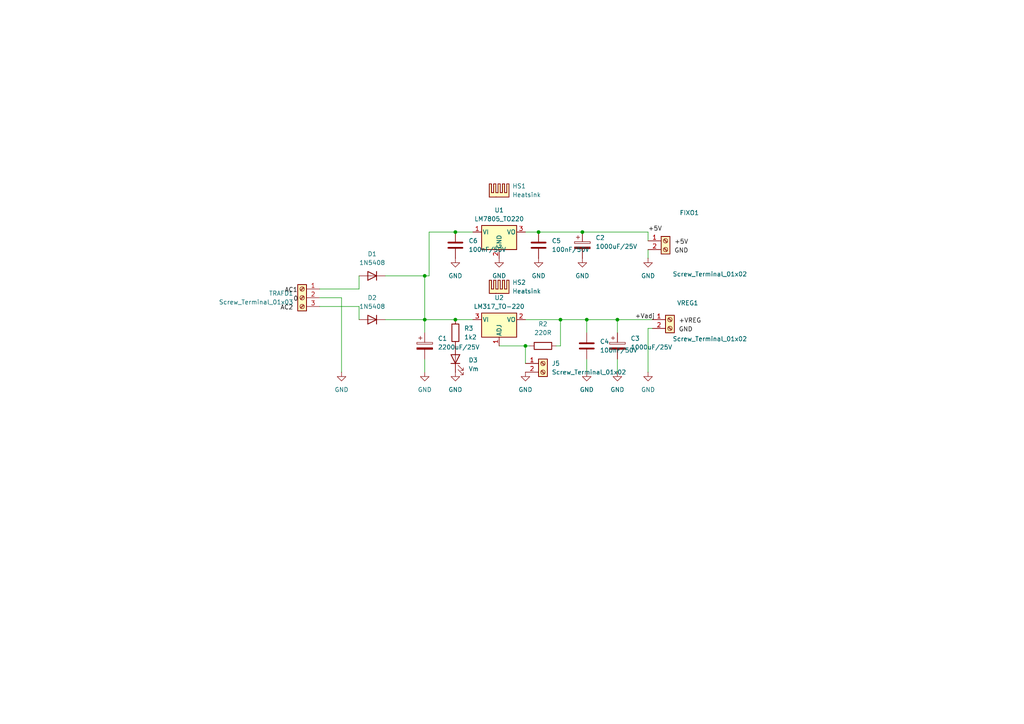
<source format=kicad_sch>
(kicad_sch
	(version 20250114)
	(generator "eeschema")
	(generator_version "9.0")
	(uuid "34f0ca6b-5c0c-4623-b422-6461ef5bdc1f")
	(paper "A4")
	(lib_symbols
		(symbol "Connector:Screw_Terminal_01x02"
			(pin_names
				(offset 1.016)
				(hide yes)
			)
			(exclude_from_sim no)
			(in_bom yes)
			(on_board yes)
			(property "Reference" "J"
				(at 0 2.54 0)
				(effects
					(font
						(size 1.27 1.27)
					)
				)
			)
			(property "Value" "Screw_Terminal_01x02"
				(at 0 -5.08 0)
				(effects
					(font
						(size 1.27 1.27)
					)
				)
			)
			(property "Footprint" ""
				(at 0 0 0)
				(effects
					(font
						(size 1.27 1.27)
					)
					(hide yes)
				)
			)
			(property "Datasheet" "~"
				(at 0 0 0)
				(effects
					(font
						(size 1.27 1.27)
					)
					(hide yes)
				)
			)
			(property "Description" "Generic screw terminal, single row, 01x02, script generated (kicad-library-utils/schlib/autogen/connector/)"
				(at 0 0 0)
				(effects
					(font
						(size 1.27 1.27)
					)
					(hide yes)
				)
			)
			(property "ki_keywords" "screw terminal"
				(at 0 0 0)
				(effects
					(font
						(size 1.27 1.27)
					)
					(hide yes)
				)
			)
			(property "ki_fp_filters" "TerminalBlock*:*"
				(at 0 0 0)
				(effects
					(font
						(size 1.27 1.27)
					)
					(hide yes)
				)
			)
			(symbol "Screw_Terminal_01x02_1_1"
				(rectangle
					(start -1.27 1.27)
					(end 1.27 -3.81)
					(stroke
						(width 0.254)
						(type default)
					)
					(fill
						(type background)
					)
				)
				(polyline
					(pts
						(xy -0.5334 0.3302) (xy 0.3302 -0.508)
					)
					(stroke
						(width 0.1524)
						(type default)
					)
					(fill
						(type none)
					)
				)
				(polyline
					(pts
						(xy -0.5334 -2.2098) (xy 0.3302 -3.048)
					)
					(stroke
						(width 0.1524)
						(type default)
					)
					(fill
						(type none)
					)
				)
				(polyline
					(pts
						(xy -0.3556 0.508) (xy 0.508 -0.3302)
					)
					(stroke
						(width 0.1524)
						(type default)
					)
					(fill
						(type none)
					)
				)
				(polyline
					(pts
						(xy -0.3556 -2.032) (xy 0.508 -2.8702)
					)
					(stroke
						(width 0.1524)
						(type default)
					)
					(fill
						(type none)
					)
				)
				(circle
					(center 0 0)
					(radius 0.635)
					(stroke
						(width 0.1524)
						(type default)
					)
					(fill
						(type none)
					)
				)
				(circle
					(center 0 -2.54)
					(radius 0.635)
					(stroke
						(width 0.1524)
						(type default)
					)
					(fill
						(type none)
					)
				)
				(pin passive line
					(at -5.08 0 0)
					(length 3.81)
					(name "Pin_1"
						(effects
							(font
								(size 1.27 1.27)
							)
						)
					)
					(number "1"
						(effects
							(font
								(size 1.27 1.27)
							)
						)
					)
				)
				(pin passive line
					(at -5.08 -2.54 0)
					(length 3.81)
					(name "Pin_2"
						(effects
							(font
								(size 1.27 1.27)
							)
						)
					)
					(number "2"
						(effects
							(font
								(size 1.27 1.27)
							)
						)
					)
				)
			)
			(embedded_fonts no)
		)
		(symbol "Connector:Screw_Terminal_01x03"
			(pin_names
				(offset 1.016)
				(hide yes)
			)
			(exclude_from_sim no)
			(in_bom yes)
			(on_board yes)
			(property "Reference" "J"
				(at 0 5.08 0)
				(effects
					(font
						(size 1.27 1.27)
					)
				)
			)
			(property "Value" "Screw_Terminal_01x03"
				(at 0 -5.08 0)
				(effects
					(font
						(size 1.27 1.27)
					)
				)
			)
			(property "Footprint" ""
				(at 0 0 0)
				(effects
					(font
						(size 1.27 1.27)
					)
					(hide yes)
				)
			)
			(property "Datasheet" "~"
				(at 0 0 0)
				(effects
					(font
						(size 1.27 1.27)
					)
					(hide yes)
				)
			)
			(property "Description" "Generic screw terminal, single row, 01x03, script generated (kicad-library-utils/schlib/autogen/connector/)"
				(at 0 0 0)
				(effects
					(font
						(size 1.27 1.27)
					)
					(hide yes)
				)
			)
			(property "ki_keywords" "screw terminal"
				(at 0 0 0)
				(effects
					(font
						(size 1.27 1.27)
					)
					(hide yes)
				)
			)
			(property "ki_fp_filters" "TerminalBlock*:*"
				(at 0 0 0)
				(effects
					(font
						(size 1.27 1.27)
					)
					(hide yes)
				)
			)
			(symbol "Screw_Terminal_01x03_1_1"
				(rectangle
					(start -1.27 3.81)
					(end 1.27 -3.81)
					(stroke
						(width 0.254)
						(type default)
					)
					(fill
						(type background)
					)
				)
				(polyline
					(pts
						(xy -0.5334 2.8702) (xy 0.3302 2.032)
					)
					(stroke
						(width 0.1524)
						(type default)
					)
					(fill
						(type none)
					)
				)
				(polyline
					(pts
						(xy -0.5334 0.3302) (xy 0.3302 -0.508)
					)
					(stroke
						(width 0.1524)
						(type default)
					)
					(fill
						(type none)
					)
				)
				(polyline
					(pts
						(xy -0.5334 -2.2098) (xy 0.3302 -3.048)
					)
					(stroke
						(width 0.1524)
						(type default)
					)
					(fill
						(type none)
					)
				)
				(polyline
					(pts
						(xy -0.3556 3.048) (xy 0.508 2.2098)
					)
					(stroke
						(width 0.1524)
						(type default)
					)
					(fill
						(type none)
					)
				)
				(polyline
					(pts
						(xy -0.3556 0.508) (xy 0.508 -0.3302)
					)
					(stroke
						(width 0.1524)
						(type default)
					)
					(fill
						(type none)
					)
				)
				(polyline
					(pts
						(xy -0.3556 -2.032) (xy 0.508 -2.8702)
					)
					(stroke
						(width 0.1524)
						(type default)
					)
					(fill
						(type none)
					)
				)
				(circle
					(center 0 2.54)
					(radius 0.635)
					(stroke
						(width 0.1524)
						(type default)
					)
					(fill
						(type none)
					)
				)
				(circle
					(center 0 0)
					(radius 0.635)
					(stroke
						(width 0.1524)
						(type default)
					)
					(fill
						(type none)
					)
				)
				(circle
					(center 0 -2.54)
					(radius 0.635)
					(stroke
						(width 0.1524)
						(type default)
					)
					(fill
						(type none)
					)
				)
				(pin passive line
					(at -5.08 2.54 0)
					(length 3.81)
					(name "Pin_1"
						(effects
							(font
								(size 1.27 1.27)
							)
						)
					)
					(number "1"
						(effects
							(font
								(size 1.27 1.27)
							)
						)
					)
				)
				(pin passive line
					(at -5.08 0 0)
					(length 3.81)
					(name "Pin_2"
						(effects
							(font
								(size 1.27 1.27)
							)
						)
					)
					(number "2"
						(effects
							(font
								(size 1.27 1.27)
							)
						)
					)
				)
				(pin passive line
					(at -5.08 -2.54 0)
					(length 3.81)
					(name "Pin_3"
						(effects
							(font
								(size 1.27 1.27)
							)
						)
					)
					(number "3"
						(effects
							(font
								(size 1.27 1.27)
							)
						)
					)
				)
			)
			(embedded_fonts no)
		)
		(symbol "Device:C"
			(pin_numbers
				(hide yes)
			)
			(pin_names
				(offset 0.254)
			)
			(exclude_from_sim no)
			(in_bom yes)
			(on_board yes)
			(property "Reference" "C"
				(at 0.635 2.54 0)
				(effects
					(font
						(size 1.27 1.27)
					)
					(justify left)
				)
			)
			(property "Value" "C"
				(at 0.635 -2.54 0)
				(effects
					(font
						(size 1.27 1.27)
					)
					(justify left)
				)
			)
			(property "Footprint" ""
				(at 0.9652 -3.81 0)
				(effects
					(font
						(size 1.27 1.27)
					)
					(hide yes)
				)
			)
			(property "Datasheet" "~"
				(at 0 0 0)
				(effects
					(font
						(size 1.27 1.27)
					)
					(hide yes)
				)
			)
			(property "Description" "Unpolarized capacitor"
				(at 0 0 0)
				(effects
					(font
						(size 1.27 1.27)
					)
					(hide yes)
				)
			)
			(property "ki_keywords" "cap capacitor"
				(at 0 0 0)
				(effects
					(font
						(size 1.27 1.27)
					)
					(hide yes)
				)
			)
			(property "ki_fp_filters" "C_*"
				(at 0 0 0)
				(effects
					(font
						(size 1.27 1.27)
					)
					(hide yes)
				)
			)
			(symbol "C_0_1"
				(polyline
					(pts
						(xy -2.032 0.762) (xy 2.032 0.762)
					)
					(stroke
						(width 0.508)
						(type default)
					)
					(fill
						(type none)
					)
				)
				(polyline
					(pts
						(xy -2.032 -0.762) (xy 2.032 -0.762)
					)
					(stroke
						(width 0.508)
						(type default)
					)
					(fill
						(type none)
					)
				)
			)
			(symbol "C_1_1"
				(pin passive line
					(at 0 3.81 270)
					(length 2.794)
					(name "~"
						(effects
							(font
								(size 1.27 1.27)
							)
						)
					)
					(number "1"
						(effects
							(font
								(size 1.27 1.27)
							)
						)
					)
				)
				(pin passive line
					(at 0 -3.81 90)
					(length 2.794)
					(name "~"
						(effects
							(font
								(size 1.27 1.27)
							)
						)
					)
					(number "2"
						(effects
							(font
								(size 1.27 1.27)
							)
						)
					)
				)
			)
			(embedded_fonts no)
		)
		(symbol "Device:C_Polarized"
			(pin_numbers
				(hide yes)
			)
			(pin_names
				(offset 0.254)
			)
			(exclude_from_sim no)
			(in_bom yes)
			(on_board yes)
			(property "Reference" "C"
				(at 0.635 2.54 0)
				(effects
					(font
						(size 1.27 1.27)
					)
					(justify left)
				)
			)
			(property "Value" "C_Polarized"
				(at 0.635 -2.54 0)
				(effects
					(font
						(size 1.27 1.27)
					)
					(justify left)
				)
			)
			(property "Footprint" ""
				(at 0.9652 -3.81 0)
				(effects
					(font
						(size 1.27 1.27)
					)
					(hide yes)
				)
			)
			(property "Datasheet" "~"
				(at 0 0 0)
				(effects
					(font
						(size 1.27 1.27)
					)
					(hide yes)
				)
			)
			(property "Description" "Polarized capacitor"
				(at 0 0 0)
				(effects
					(font
						(size 1.27 1.27)
					)
					(hide yes)
				)
			)
			(property "ki_keywords" "cap capacitor"
				(at 0 0 0)
				(effects
					(font
						(size 1.27 1.27)
					)
					(hide yes)
				)
			)
			(property "ki_fp_filters" "CP_*"
				(at 0 0 0)
				(effects
					(font
						(size 1.27 1.27)
					)
					(hide yes)
				)
			)
			(symbol "C_Polarized_0_1"
				(rectangle
					(start -2.286 0.508)
					(end 2.286 1.016)
					(stroke
						(width 0)
						(type default)
					)
					(fill
						(type none)
					)
				)
				(polyline
					(pts
						(xy -1.778 2.286) (xy -0.762 2.286)
					)
					(stroke
						(width 0)
						(type default)
					)
					(fill
						(type none)
					)
				)
				(polyline
					(pts
						(xy -1.27 2.794) (xy -1.27 1.778)
					)
					(stroke
						(width 0)
						(type default)
					)
					(fill
						(type none)
					)
				)
				(rectangle
					(start 2.286 -0.508)
					(end -2.286 -1.016)
					(stroke
						(width 0)
						(type default)
					)
					(fill
						(type outline)
					)
				)
			)
			(symbol "C_Polarized_1_1"
				(pin passive line
					(at 0 3.81 270)
					(length 2.794)
					(name "~"
						(effects
							(font
								(size 1.27 1.27)
							)
						)
					)
					(number "1"
						(effects
							(font
								(size 1.27 1.27)
							)
						)
					)
				)
				(pin passive line
					(at 0 -3.81 90)
					(length 2.794)
					(name "~"
						(effects
							(font
								(size 1.27 1.27)
							)
						)
					)
					(number "2"
						(effects
							(font
								(size 1.27 1.27)
							)
						)
					)
				)
			)
			(embedded_fonts no)
		)
		(symbol "Device:LED"
			(pin_numbers
				(hide yes)
			)
			(pin_names
				(offset 1.016)
				(hide yes)
			)
			(exclude_from_sim no)
			(in_bom yes)
			(on_board yes)
			(property "Reference" "D"
				(at 0 2.54 0)
				(effects
					(font
						(size 1.27 1.27)
					)
				)
			)
			(property "Value" "LED"
				(at 0 -2.54 0)
				(effects
					(font
						(size 1.27 1.27)
					)
				)
			)
			(property "Footprint" ""
				(at 0 0 0)
				(effects
					(font
						(size 1.27 1.27)
					)
					(hide yes)
				)
			)
			(property "Datasheet" "~"
				(at 0 0 0)
				(effects
					(font
						(size 1.27 1.27)
					)
					(hide yes)
				)
			)
			(property "Description" "Light emitting diode"
				(at 0 0 0)
				(effects
					(font
						(size 1.27 1.27)
					)
					(hide yes)
				)
			)
			(property "ki_keywords" "LED diode"
				(at 0 0 0)
				(effects
					(font
						(size 1.27 1.27)
					)
					(hide yes)
				)
			)
			(property "ki_fp_filters" "LED* LED_SMD:* LED_THT:*"
				(at 0 0 0)
				(effects
					(font
						(size 1.27 1.27)
					)
					(hide yes)
				)
			)
			(symbol "LED_0_1"
				(polyline
					(pts
						(xy -3.048 -0.762) (xy -4.572 -2.286) (xy -3.81 -2.286) (xy -4.572 -2.286) (xy -4.572 -1.524)
					)
					(stroke
						(width 0)
						(type default)
					)
					(fill
						(type none)
					)
				)
				(polyline
					(pts
						(xy -1.778 -0.762) (xy -3.302 -2.286) (xy -2.54 -2.286) (xy -3.302 -2.286) (xy -3.302 -1.524)
					)
					(stroke
						(width 0)
						(type default)
					)
					(fill
						(type none)
					)
				)
				(polyline
					(pts
						(xy -1.27 0) (xy 1.27 0)
					)
					(stroke
						(width 0)
						(type default)
					)
					(fill
						(type none)
					)
				)
				(polyline
					(pts
						(xy -1.27 -1.27) (xy -1.27 1.27)
					)
					(stroke
						(width 0.254)
						(type default)
					)
					(fill
						(type none)
					)
				)
				(polyline
					(pts
						(xy 1.27 -1.27) (xy 1.27 1.27) (xy -1.27 0) (xy 1.27 -1.27)
					)
					(stroke
						(width 0.254)
						(type default)
					)
					(fill
						(type none)
					)
				)
			)
			(symbol "LED_1_1"
				(pin passive line
					(at -3.81 0 0)
					(length 2.54)
					(name "K"
						(effects
							(font
								(size 1.27 1.27)
							)
						)
					)
					(number "1"
						(effects
							(font
								(size 1.27 1.27)
							)
						)
					)
				)
				(pin passive line
					(at 3.81 0 180)
					(length 2.54)
					(name "A"
						(effects
							(font
								(size 1.27 1.27)
							)
						)
					)
					(number "2"
						(effects
							(font
								(size 1.27 1.27)
							)
						)
					)
				)
			)
			(embedded_fonts no)
		)
		(symbol "Device:R"
			(pin_numbers
				(hide yes)
			)
			(pin_names
				(offset 0)
			)
			(exclude_from_sim no)
			(in_bom yes)
			(on_board yes)
			(property "Reference" "R"
				(at 2.032 0 90)
				(effects
					(font
						(size 1.27 1.27)
					)
				)
			)
			(property "Value" "R"
				(at 0 0 90)
				(effects
					(font
						(size 1.27 1.27)
					)
				)
			)
			(property "Footprint" ""
				(at -1.778 0 90)
				(effects
					(font
						(size 1.27 1.27)
					)
					(hide yes)
				)
			)
			(property "Datasheet" "~"
				(at 0 0 0)
				(effects
					(font
						(size 1.27 1.27)
					)
					(hide yes)
				)
			)
			(property "Description" "Resistor"
				(at 0 0 0)
				(effects
					(font
						(size 1.27 1.27)
					)
					(hide yes)
				)
			)
			(property "ki_keywords" "R res resistor"
				(at 0 0 0)
				(effects
					(font
						(size 1.27 1.27)
					)
					(hide yes)
				)
			)
			(property "ki_fp_filters" "R_*"
				(at 0 0 0)
				(effects
					(font
						(size 1.27 1.27)
					)
					(hide yes)
				)
			)
			(symbol "R_0_1"
				(rectangle
					(start -1.016 -2.54)
					(end 1.016 2.54)
					(stroke
						(width 0.254)
						(type default)
					)
					(fill
						(type none)
					)
				)
			)
			(symbol "R_1_1"
				(pin passive line
					(at 0 3.81 270)
					(length 1.27)
					(name "~"
						(effects
							(font
								(size 1.27 1.27)
							)
						)
					)
					(number "1"
						(effects
							(font
								(size 1.27 1.27)
							)
						)
					)
				)
				(pin passive line
					(at 0 -3.81 90)
					(length 1.27)
					(name "~"
						(effects
							(font
								(size 1.27 1.27)
							)
						)
					)
					(number "2"
						(effects
							(font
								(size 1.27 1.27)
							)
						)
					)
				)
			)
			(embedded_fonts no)
		)
		(symbol "Diode:1N5408"
			(pin_numbers
				(hide yes)
			)
			(pin_names
				(hide yes)
			)
			(exclude_from_sim no)
			(in_bom yes)
			(on_board yes)
			(property "Reference" "D"
				(at 0 2.54 0)
				(effects
					(font
						(size 1.27 1.27)
					)
				)
			)
			(property "Value" "1N5408"
				(at 0 -2.54 0)
				(effects
					(font
						(size 1.27 1.27)
					)
				)
			)
			(property "Footprint" "Diode_THT:D_DO-201AD_P15.24mm_Horizontal"
				(at 0 -4.445 0)
				(effects
					(font
						(size 1.27 1.27)
					)
					(hide yes)
				)
			)
			(property "Datasheet" "http://www.vishay.com/docs/88516/1n5400.pdf"
				(at 0 0 0)
				(effects
					(font
						(size 1.27 1.27)
					)
					(hide yes)
				)
			)
			(property "Description" "1000V 3A General Purpose Rectifier Diode, DO-201AD"
				(at 0 0 0)
				(effects
					(font
						(size 1.27 1.27)
					)
					(hide yes)
				)
			)
			(property "Sim.Device" "D"
				(at 0 0 0)
				(effects
					(font
						(size 1.27 1.27)
					)
					(hide yes)
				)
			)
			(property "Sim.Pins" "1=K 2=A"
				(at 0 0 0)
				(effects
					(font
						(size 1.27 1.27)
					)
					(hide yes)
				)
			)
			(property "ki_keywords" "diode"
				(at 0 0 0)
				(effects
					(font
						(size 1.27 1.27)
					)
					(hide yes)
				)
			)
			(property "ki_fp_filters" "D*DO?201AD*"
				(at 0 0 0)
				(effects
					(font
						(size 1.27 1.27)
					)
					(hide yes)
				)
			)
			(symbol "1N5408_0_1"
				(polyline
					(pts
						(xy -1.27 1.27) (xy -1.27 -1.27)
					)
					(stroke
						(width 0.254)
						(type default)
					)
					(fill
						(type none)
					)
				)
				(polyline
					(pts
						(xy 1.27 1.27) (xy 1.27 -1.27) (xy -1.27 0) (xy 1.27 1.27)
					)
					(stroke
						(width 0.254)
						(type default)
					)
					(fill
						(type none)
					)
				)
				(polyline
					(pts
						(xy 1.27 0) (xy -1.27 0)
					)
					(stroke
						(width 0)
						(type default)
					)
					(fill
						(type none)
					)
				)
			)
			(symbol "1N5408_1_1"
				(pin passive line
					(at -3.81 0 0)
					(length 2.54)
					(name "K"
						(effects
							(font
								(size 1.27 1.27)
							)
						)
					)
					(number "1"
						(effects
							(font
								(size 1.27 1.27)
							)
						)
					)
				)
				(pin passive line
					(at 3.81 0 180)
					(length 2.54)
					(name "A"
						(effects
							(font
								(size 1.27 1.27)
							)
						)
					)
					(number "2"
						(effects
							(font
								(size 1.27 1.27)
							)
						)
					)
				)
			)
			(embedded_fonts no)
		)
		(symbol "Mechanical:Heatsink"
			(pin_names
				(offset 1.016)
			)
			(exclude_from_sim yes)
			(in_bom yes)
			(on_board yes)
			(property "Reference" "HS"
				(at 0 5.08 0)
				(effects
					(font
						(size 1.27 1.27)
					)
				)
			)
			(property "Value" "Heatsink"
				(at 0 -1.27 0)
				(effects
					(font
						(size 1.27 1.27)
					)
				)
			)
			(property "Footprint" ""
				(at 0.3048 0 0)
				(effects
					(font
						(size 1.27 1.27)
					)
					(hide yes)
				)
			)
			(property "Datasheet" "~"
				(at 0.3048 0 0)
				(effects
					(font
						(size 1.27 1.27)
					)
					(hide yes)
				)
			)
			(property "Description" "Heatsink"
				(at 0 0 0)
				(effects
					(font
						(size 1.27 1.27)
					)
					(hide yes)
				)
			)
			(property "ki_keywords" "thermal heat temperature"
				(at 0 0 0)
				(effects
					(font
						(size 1.27 1.27)
					)
					(hide yes)
				)
			)
			(property "ki_fp_filters" "Heatsink_*"
				(at 0 0 0)
				(effects
					(font
						(size 1.27 1.27)
					)
					(hide yes)
				)
			)
			(symbol "Heatsink_0_1"
				(polyline
					(pts
						(xy -0.3302 1.27) (xy -0.9652 1.27) (xy -0.9652 3.81) (xy -1.6002 3.81) (xy -1.6002 1.27) (xy -2.2352 1.27)
						(xy -2.2352 3.81) (xy -2.8702 3.81) (xy -2.8702 0) (xy -0.9652 0)
					)
					(stroke
						(width 0.254)
						(type default)
					)
					(fill
						(type background)
					)
				)
				(polyline
					(pts
						(xy -0.3302 1.27) (xy -0.3302 3.81) (xy 0.3048 3.81) (xy 0.3048 1.27) (xy 0.9398 1.27) (xy 0.9398 3.81)
						(xy 1.5748 3.81) (xy 1.5748 1.27) (xy 2.2098 1.27) (xy 2.2098 3.81) (xy 2.8448 3.81) (xy 2.8448 0)
						(xy -0.9652 0)
					)
					(stroke
						(width 0.254)
						(type default)
					)
					(fill
						(type background)
					)
				)
			)
			(embedded_fonts no)
		)
		(symbol "Regulator_Linear:LM317_TO-220"
			(pin_names
				(offset 0.254)
			)
			(exclude_from_sim no)
			(in_bom yes)
			(on_board yes)
			(property "Reference" "U"
				(at -3.81 3.175 0)
				(effects
					(font
						(size 1.27 1.27)
					)
				)
			)
			(property "Value" "LM317_TO-220"
				(at 0 3.175 0)
				(effects
					(font
						(size 1.27 1.27)
					)
					(justify left)
				)
			)
			(property "Footprint" "Package_TO_SOT_THT:TO-220-3_Vertical"
				(at 0 6.35 0)
				(effects
					(font
						(size 1.27 1.27)
						(italic yes)
					)
					(hide yes)
				)
			)
			(property "Datasheet" "http://www.ti.com/lit/ds/symlink/lm317.pdf"
				(at 0 0 0)
				(effects
					(font
						(size 1.27 1.27)
					)
					(hide yes)
				)
			)
			(property "Description" "1.5A 35V Adjustable Linear Regulator, TO-220"
				(at 0 0 0)
				(effects
					(font
						(size 1.27 1.27)
					)
					(hide yes)
				)
			)
			(property "ki_keywords" "Adjustable Voltage Regulator 1A Positive"
				(at 0 0 0)
				(effects
					(font
						(size 1.27 1.27)
					)
					(hide yes)
				)
			)
			(property "ki_fp_filters" "TO?220*"
				(at 0 0 0)
				(effects
					(font
						(size 1.27 1.27)
					)
					(hide yes)
				)
			)
			(symbol "LM317_TO-220_0_1"
				(rectangle
					(start -5.08 1.905)
					(end 5.08 -5.08)
					(stroke
						(width 0.254)
						(type default)
					)
					(fill
						(type background)
					)
				)
			)
			(symbol "LM317_TO-220_1_1"
				(pin power_in line
					(at -7.62 0 0)
					(length 2.54)
					(name "VI"
						(effects
							(font
								(size 1.27 1.27)
							)
						)
					)
					(number "3"
						(effects
							(font
								(size 1.27 1.27)
							)
						)
					)
				)
				(pin input line
					(at 0 -7.62 90)
					(length 2.54)
					(name "ADJ"
						(effects
							(font
								(size 1.27 1.27)
							)
						)
					)
					(number "1"
						(effects
							(font
								(size 1.27 1.27)
							)
						)
					)
				)
				(pin power_out line
					(at 7.62 0 180)
					(length 2.54)
					(name "VO"
						(effects
							(font
								(size 1.27 1.27)
							)
						)
					)
					(number "2"
						(effects
							(font
								(size 1.27 1.27)
							)
						)
					)
				)
			)
			(embedded_fonts no)
		)
		(symbol "Regulator_Linear:LM7805_TO220"
			(pin_names
				(offset 0.254)
			)
			(exclude_from_sim no)
			(in_bom yes)
			(on_board yes)
			(property "Reference" "U"
				(at -3.81 3.175 0)
				(effects
					(font
						(size 1.27 1.27)
					)
				)
			)
			(property "Value" "LM7805_TO220"
				(at 0 3.175 0)
				(effects
					(font
						(size 1.27 1.27)
					)
					(justify left)
				)
			)
			(property "Footprint" "Package_TO_SOT_THT:TO-220-3_Vertical"
				(at 0 5.715 0)
				(effects
					(font
						(size 1.27 1.27)
						(italic yes)
					)
					(hide yes)
				)
			)
			(property "Datasheet" "https://www.onsemi.cn/PowerSolutions/document/MC7800-D.PDF"
				(at 0 -1.27 0)
				(effects
					(font
						(size 1.27 1.27)
					)
					(hide yes)
				)
			)
			(property "Description" "Positive 1A 35V Linear Regulator, Fixed Output 5V, TO-220"
				(at 0 0 0)
				(effects
					(font
						(size 1.27 1.27)
					)
					(hide yes)
				)
			)
			(property "ki_keywords" "Voltage Regulator 1A Positive"
				(at 0 0 0)
				(effects
					(font
						(size 1.27 1.27)
					)
					(hide yes)
				)
			)
			(property "ki_fp_filters" "TO?220*"
				(at 0 0 0)
				(effects
					(font
						(size 1.27 1.27)
					)
					(hide yes)
				)
			)
			(symbol "LM7805_TO220_0_1"
				(rectangle
					(start -5.08 1.905)
					(end 5.08 -5.08)
					(stroke
						(width 0.254)
						(type default)
					)
					(fill
						(type background)
					)
				)
			)
			(symbol "LM7805_TO220_1_1"
				(pin power_in line
					(at -7.62 0 0)
					(length 2.54)
					(name "VI"
						(effects
							(font
								(size 1.27 1.27)
							)
						)
					)
					(number "1"
						(effects
							(font
								(size 1.27 1.27)
							)
						)
					)
				)
				(pin power_in line
					(at 0 -7.62 90)
					(length 2.54)
					(name "GND"
						(effects
							(font
								(size 1.27 1.27)
							)
						)
					)
					(number "2"
						(effects
							(font
								(size 1.27 1.27)
							)
						)
					)
				)
				(pin power_out line
					(at 7.62 0 180)
					(length 2.54)
					(name "VO"
						(effects
							(font
								(size 1.27 1.27)
							)
						)
					)
					(number "3"
						(effects
							(font
								(size 1.27 1.27)
							)
						)
					)
				)
			)
			(embedded_fonts no)
		)
		(symbol "power:GND"
			(power)
			(pin_numbers
				(hide yes)
			)
			(pin_names
				(offset 0)
				(hide yes)
			)
			(exclude_from_sim no)
			(in_bom yes)
			(on_board yes)
			(property "Reference" "#PWR"
				(at 0 -6.35 0)
				(effects
					(font
						(size 1.27 1.27)
					)
					(hide yes)
				)
			)
			(property "Value" "GND"
				(at 0 -3.81 0)
				(effects
					(font
						(size 1.27 1.27)
					)
				)
			)
			(property "Footprint" ""
				(at 0 0 0)
				(effects
					(font
						(size 1.27 1.27)
					)
					(hide yes)
				)
			)
			(property "Datasheet" ""
				(at 0 0 0)
				(effects
					(font
						(size 1.27 1.27)
					)
					(hide yes)
				)
			)
			(property "Description" "Power symbol creates a global label with name \"GND\" , ground"
				(at 0 0 0)
				(effects
					(font
						(size 1.27 1.27)
					)
					(hide yes)
				)
			)
			(property "ki_keywords" "global power"
				(at 0 0 0)
				(effects
					(font
						(size 1.27 1.27)
					)
					(hide yes)
				)
			)
			(symbol "GND_0_1"
				(polyline
					(pts
						(xy 0 0) (xy 0 -1.27) (xy 1.27 -1.27) (xy 0 -2.54) (xy -1.27 -1.27) (xy 0 -1.27)
					)
					(stroke
						(width 0)
						(type default)
					)
					(fill
						(type none)
					)
				)
			)
			(symbol "GND_1_1"
				(pin power_in line
					(at 0 0 270)
					(length 0)
					(name "~"
						(effects
							(font
								(size 1.27 1.27)
							)
						)
					)
					(number "1"
						(effects
							(font
								(size 1.27 1.27)
							)
						)
					)
				)
			)
			(embedded_fonts no)
		)
	)
	(junction
		(at 132.08 67.31)
		(diameter 0)
		(color 0 0 0 0)
		(uuid "038f1474-ad02-4182-901f-046df6847c38")
	)
	(junction
		(at 170.18 92.71)
		(diameter 0)
		(color 0 0 0 0)
		(uuid "31cdcf81-9cda-4eff-b881-dc4d487a57fe")
	)
	(junction
		(at 132.08 92.71)
		(diameter 0)
		(color 0 0 0 0)
		(uuid "3e81cccb-b584-4e5c-87fa-b3d683465409")
	)
	(junction
		(at 123.19 80.01)
		(diameter 0)
		(color 0 0 0 0)
		(uuid "4d8fcfce-256b-4e2d-9676-04cd242d1f89")
	)
	(junction
		(at 162.56 92.71)
		(diameter 0)
		(color 0 0 0 0)
		(uuid "636e45b1-eca1-416a-baad-92f39a05eb2e")
	)
	(junction
		(at 168.91 67.31)
		(diameter 0)
		(color 0 0 0 0)
		(uuid "69fb7e79-cd08-47ac-8b6c-5b7dbf282e3b")
	)
	(junction
		(at 156.21 67.31)
		(diameter 0)
		(color 0 0 0 0)
		(uuid "a476e116-d65f-46a0-976b-4838428f345a")
	)
	(junction
		(at 179.07 92.71)
		(diameter 0)
		(color 0 0 0 0)
		(uuid "b5bcf954-579d-44a6-bff5-d7e828462c66")
	)
	(junction
		(at 123.19 92.71)
		(diameter 0)
		(color 0 0 0 0)
		(uuid "e2154635-8423-4d2d-9846-eb98adfd6188")
	)
	(junction
		(at 152.4 100.33)
		(diameter 0)
		(color 0 0 0 0)
		(uuid "e741d8be-bedc-49dd-b221-71f008add70f")
	)
	(wire
		(pts
			(xy 124.46 67.31) (xy 132.08 67.31)
		)
		(stroke
			(width 0)
			(type default)
		)
		(uuid "005f3be8-db73-4d41-8113-c2b02a7b6413")
	)
	(wire
		(pts
			(xy 132.08 92.71) (xy 137.16 92.71)
		)
		(stroke
			(width 0)
			(type default)
		)
		(uuid "0f9dfa66-2ad5-4fab-b90d-61c700bf95d2")
	)
	(wire
		(pts
			(xy 123.19 92.71) (xy 132.08 92.71)
		)
		(stroke
			(width 0)
			(type default)
		)
		(uuid "10f2e0d2-b3e5-40da-a74e-0ab7609d3208")
	)
	(wire
		(pts
			(xy 187.96 95.25) (xy 187.96 107.95)
		)
		(stroke
			(width 0)
			(type default)
		)
		(uuid "17eafe1e-f863-4d35-b3e9-912eb1c48888")
	)
	(wire
		(pts
			(xy 144.78 100.33) (xy 152.4 100.33)
		)
		(stroke
			(width 0)
			(type default)
		)
		(uuid "1a30fd0c-f0cf-428e-9a85-d22f7eb88d3b")
	)
	(wire
		(pts
			(xy 111.76 92.71) (xy 123.19 92.71)
		)
		(stroke
			(width 0)
			(type default)
		)
		(uuid "225c802c-0375-42f1-acf1-cb03fb00d1ad")
	)
	(wire
		(pts
			(xy 132.08 67.31) (xy 137.16 67.31)
		)
		(stroke
			(width 0)
			(type default)
		)
		(uuid "257cd462-ef1e-410d-bdb1-cc4f783435a7")
	)
	(wire
		(pts
			(xy 156.21 67.31) (xy 168.91 67.31)
		)
		(stroke
			(width 0)
			(type default)
		)
		(uuid "25a779d7-045e-4f35-abe0-3cffc71f7215")
	)
	(wire
		(pts
			(xy 170.18 92.71) (xy 179.07 92.71)
		)
		(stroke
			(width 0)
			(type default)
		)
		(uuid "28878479-c946-4a16-b3cd-4fab51eafd01")
	)
	(wire
		(pts
			(xy 99.06 86.36) (xy 99.06 107.95)
		)
		(stroke
			(width 0)
			(type default)
		)
		(uuid "2c32cdcf-7280-4e04-af9c-a7bf2cd1842d")
	)
	(wire
		(pts
			(xy 168.91 67.31) (xy 187.96 67.31)
		)
		(stroke
			(width 0)
			(type default)
		)
		(uuid "39e7d019-c9a6-4704-9278-9caea255a3db")
	)
	(wire
		(pts
			(xy 152.4 92.71) (xy 162.56 92.71)
		)
		(stroke
			(width 0)
			(type default)
		)
		(uuid "481723c7-1bfc-433d-8548-9a2d6cb3175d")
	)
	(wire
		(pts
			(xy 162.56 92.71) (xy 170.18 92.71)
		)
		(stroke
			(width 0)
			(type default)
		)
		(uuid "5377d4d9-a3bb-45b7-b3ab-fc1135fb94c0")
	)
	(wire
		(pts
			(xy 92.71 86.36) (xy 99.06 86.36)
		)
		(stroke
			(width 0)
			(type default)
		)
		(uuid "57f041c5-6ac0-4328-a9e5-7bed3a852e92")
	)
	(wire
		(pts
			(xy 123.19 80.01) (xy 123.19 92.71)
		)
		(stroke
			(width 0)
			(type default)
		)
		(uuid "65e9493f-bdfe-4537-aca1-8e2a3dea64ae")
	)
	(wire
		(pts
			(xy 179.07 92.71) (xy 189.23 92.71)
		)
		(stroke
			(width 0)
			(type default)
		)
		(uuid "732e15aa-944a-4235-a464-ee63a97cef19")
	)
	(wire
		(pts
			(xy 104.14 83.82) (xy 104.14 80.01)
		)
		(stroke
			(width 0)
			(type default)
		)
		(uuid "7570eb64-ede8-429b-9751-dcbefe7dd275")
	)
	(wire
		(pts
			(xy 123.19 104.14) (xy 123.19 107.95)
		)
		(stroke
			(width 0)
			(type default)
		)
		(uuid "9364be77-ec87-4884-ba65-5f6c2ad47784")
	)
	(wire
		(pts
			(xy 161.29 100.33) (xy 162.56 100.33)
		)
		(stroke
			(width 0)
			(type default)
		)
		(uuid "95ee82b0-5ecc-4179-a6b0-c9ec00611eba")
	)
	(wire
		(pts
			(xy 92.71 83.82) (xy 104.14 83.82)
		)
		(stroke
			(width 0)
			(type default)
		)
		(uuid "9739dccd-75bc-4eed-b4d2-1650c5bed23b")
	)
	(wire
		(pts
			(xy 170.18 92.71) (xy 170.18 96.52)
		)
		(stroke
			(width 0)
			(type default)
		)
		(uuid "9c2ba7e6-08a9-48fd-aaf6-e4ee060bcd21")
	)
	(wire
		(pts
			(xy 162.56 100.33) (xy 162.56 92.71)
		)
		(stroke
			(width 0)
			(type default)
		)
		(uuid "a6c7d00e-0d98-460a-a470-fdd4dd31ade1")
	)
	(wire
		(pts
			(xy 179.07 104.14) (xy 179.07 107.95)
		)
		(stroke
			(width 0)
			(type default)
		)
		(uuid "a88bcbe4-2a35-42f8-95f8-96bcb6084c8f")
	)
	(wire
		(pts
			(xy 187.96 95.25) (xy 189.23 95.25)
		)
		(stroke
			(width 0)
			(type default)
		)
		(uuid "b1bd63de-fd62-4fc2-91d4-df071708b0cc")
	)
	(wire
		(pts
			(xy 152.4 100.33) (xy 152.4 105.41)
		)
		(stroke
			(width 0)
			(type default)
		)
		(uuid "b391b35e-3c85-4b97-96a6-690c08c087d5")
	)
	(wire
		(pts
			(xy 179.07 96.52) (xy 179.07 92.71)
		)
		(stroke
			(width 0)
			(type default)
		)
		(uuid "cc91ddd6-4803-41ff-957d-0eb367d375f3")
	)
	(wire
		(pts
			(xy 170.18 104.14) (xy 170.18 107.95)
		)
		(stroke
			(width 0)
			(type default)
		)
		(uuid "d3ed238a-c04d-491c-8eb2-dbba11b2a2f3")
	)
	(wire
		(pts
			(xy 92.71 88.9) (xy 104.14 88.9)
		)
		(stroke
			(width 0)
			(type default)
		)
		(uuid "d4f7c600-ee2e-4d56-ac51-226926f70429")
	)
	(wire
		(pts
			(xy 124.46 80.01) (xy 124.46 67.31)
		)
		(stroke
			(width 0)
			(type default)
		)
		(uuid "d5829b4d-9f00-4ac5-aef8-7a9ad63bf596")
	)
	(wire
		(pts
			(xy 111.76 80.01) (xy 123.19 80.01)
		)
		(stroke
			(width 0)
			(type default)
		)
		(uuid "da8d1cae-341a-41f5-bd84-a7890ca05fce")
	)
	(wire
		(pts
			(xy 104.14 88.9) (xy 104.14 92.71)
		)
		(stroke
			(width 0)
			(type default)
		)
		(uuid "db129bfc-7d5f-487e-8834-a70580a01d1a")
	)
	(wire
		(pts
			(xy 153.67 100.33) (xy 152.4 100.33)
		)
		(stroke
			(width 0)
			(type default)
		)
		(uuid "dddfcf1f-786e-474e-b6eb-eedbb5e4f9e4")
	)
	(wire
		(pts
			(xy 187.96 74.93) (xy 187.96 72.39)
		)
		(stroke
			(width 0)
			(type default)
		)
		(uuid "e26b4a9e-c80a-4a0b-b74b-f0593c972ee4")
	)
	(wire
		(pts
			(xy 123.19 96.52) (xy 123.19 92.71)
		)
		(stroke
			(width 0)
			(type default)
		)
		(uuid "f51ee1cf-972c-4b35-b35f-af6e03b33cc0")
	)
	(wire
		(pts
			(xy 187.96 67.31) (xy 187.96 69.85)
		)
		(stroke
			(width 0)
			(type default)
		)
		(uuid "f78bf8c7-9f21-44d2-b4f5-3b7dbc50dccc")
	)
	(wire
		(pts
			(xy 152.4 67.31) (xy 156.21 67.31)
		)
		(stroke
			(width 0)
			(type default)
		)
		(uuid "f95d3cd7-2c65-4199-8ba7-162d122ea4f8")
	)
	(wire
		(pts
			(xy 123.19 80.01) (xy 124.46 80.01)
		)
		(stroke
			(width 0)
			(type default)
		)
		(uuid "fb1ae348-5be2-441c-9920-bc4c5ac2103e")
	)
	(label "AC1"
		(at 82.55 85.09 0)
		(effects
			(font
				(size 1.27 1.27)
			)
			(justify left bottom)
		)
		(uuid "2f70d2cf-6775-4236-bdf2-58f3827eed2d")
	)
	(label "GND"
		(at 195.58 73.66 0)
		(effects
			(font
				(size 1.27 1.27)
			)
			(justify left bottom)
		)
		(uuid "575efa53-d9ce-41aa-b81e-6fa967bcb3cd")
	)
	(label "0"
		(at 85.09 87.63 0)
		(effects
			(font
				(size 1.27 1.27)
			)
			(justify left bottom)
		)
		(uuid "5a419f7b-567f-487d-ae8d-ba97b5d3a21f")
	)
	(label "GND"
		(at 196.85 96.52 0)
		(effects
			(font
				(size 1.27 1.27)
			)
			(justify left bottom)
		)
		(uuid "5d48bd61-f862-4124-872f-10b92347b437")
	)
	(label "+5V"
		(at 195.58 71.12 0)
		(effects
			(font
				(size 1.27 1.27)
			)
			(justify left bottom)
		)
		(uuid "6e43e543-587d-4b26-8600-c88a629e0034")
	)
	(label "AC2"
		(at 81.28 90.17 0)
		(effects
			(font
				(size 1.27 1.27)
			)
			(justify left bottom)
		)
		(uuid "86b99508-9696-41a0-92e3-7c137eb9561c")
	)
	(label "+Vadj"
		(at 184.15 92.71 0)
		(effects
			(font
				(size 1.27 1.27)
			)
			(justify left bottom)
		)
		(uuid "91650e94-9862-4e19-9dd3-4bca762b1e71")
	)
	(label "+VREG"
		(at 196.85 93.98 0)
		(effects
			(font
				(size 1.27 1.27)
			)
			(justify left bottom)
		)
		(uuid "92935fab-ec12-4011-8be9-166b71e9cbd0")
	)
	(label "+5V"
		(at 187.96 67.31 0)
		(effects
			(font
				(size 1.27 1.27)
			)
			(justify left bottom)
		)
		(uuid "bdf7f954-cc27-4e28-b354-ca276671f21a")
	)
	(symbol
		(lib_id "power:GND")
		(at 144.78 74.93 0)
		(unit 1)
		(exclude_from_sim no)
		(in_bom yes)
		(on_board yes)
		(dnp no)
		(fields_autoplaced yes)
		(uuid "0ae2b631-fcc5-45c9-b96f-13f3b3f2ef21")
		(property "Reference" "#PWR012"
			(at 144.78 81.28 0)
			(effects
				(font
					(size 1.27 1.27)
				)
				(hide yes)
			)
		)
		(property "Value" "GND"
			(at 144.78 80.01 0)
			(effects
				(font
					(size 1.27 1.27)
				)
			)
		)
		(property "Footprint" ""
			(at 144.78 74.93 0)
			(effects
				(font
					(size 1.27 1.27)
				)
				(hide yes)
			)
		)
		(property "Datasheet" ""
			(at 144.78 74.93 0)
			(effects
				(font
					(size 1.27 1.27)
				)
				(hide yes)
			)
		)
		(property "Description" "Power symbol creates a global label with name \"GND\" , ground"
			(at 144.78 74.93 0)
			(effects
				(font
					(size 1.27 1.27)
				)
				(hide yes)
			)
		)
		(pin "1"
			(uuid "b66f23ee-e913-4f03-9c9b-deaadabad79b")
		)
		(instances
			(project "Fonte Regulada"
				(path "/34f0ca6b-5c0c-4623-b422-6461ef5bdc1f"
					(reference "#PWR012")
					(unit 1)
				)
			)
		)
	)
	(symbol
		(lib_id "Device:C")
		(at 132.08 71.12 0)
		(unit 1)
		(exclude_from_sim no)
		(in_bom yes)
		(on_board yes)
		(dnp no)
		(fields_autoplaced yes)
		(uuid "0b5d0399-e5cf-4c4a-94ac-7d43b16a9998")
		(property "Reference" "C6"
			(at 135.89 69.8499 0)
			(effects
				(font
					(size 1.27 1.27)
				)
				(justify left)
			)
		)
		(property "Value" "100nF/50V"
			(at 135.89 72.3899 0)
			(effects
				(font
					(size 1.27 1.27)
				)
				(justify left)
			)
		)
		(property "Footprint" "Capacitor_THT:C_Disc_D5.1mm_W3.2mm_P5.00mm"
			(at 133.0452 74.93 0)
			(effects
				(font
					(size 1.27 1.27)
				)
				(hide yes)
			)
		)
		(property "Datasheet" "~"
			(at 132.08 71.12 0)
			(effects
				(font
					(size 1.27 1.27)
				)
				(hide yes)
			)
		)
		(property "Description" "Unpolarized capacitor"
			(at 132.08 71.12 0)
			(effects
				(font
					(size 1.27 1.27)
				)
				(hide yes)
			)
		)
		(pin "1"
			(uuid "105f0ce9-8d9a-4696-b027-65dd3ced3c13")
		)
		(pin "2"
			(uuid "9d6b5c08-4b74-4f92-8cd7-47249838c22d")
		)
		(instances
			(project "Fonte Regulada"
				(path "/34f0ca6b-5c0c-4623-b422-6461ef5bdc1f"
					(reference "C6")
					(unit 1)
				)
			)
		)
	)
	(symbol
		(lib_id "Regulator_Linear:LM7805_TO220")
		(at 144.78 67.31 0)
		(unit 1)
		(exclude_from_sim no)
		(in_bom yes)
		(on_board yes)
		(dnp no)
		(fields_autoplaced yes)
		(uuid "0c92dba1-2a05-4bf2-a3a5-44efd58d185d")
		(property "Reference" "U1"
			(at 144.78 60.96 0)
			(effects
				(font
					(size 1.27 1.27)
				)
			)
		)
		(property "Value" "LM7805_TO220"
			(at 144.78 63.5 0)
			(effects
				(font
					(size 1.27 1.27)
				)
			)
		)
		(property "Footprint" "Package_TO_SOT_THT:TO-220-3_Horizontal_TabDown"
			(at 144.78 61.595 0)
			(effects
				(font
					(size 1.27 1.27)
					(italic yes)
				)
				(hide yes)
			)
		)
		(property "Datasheet" "https://www.onsemi.cn/PowerSolutions/document/MC7800-D.PDF"
			(at 144.78 68.58 0)
			(effects
				(font
					(size 1.27 1.27)
				)
				(hide yes)
			)
		)
		(property "Description" "Positive 1A 35V Linear Regulator, Fixed Output 5V, TO-220"
			(at 144.78 67.31 0)
			(effects
				(font
					(size 1.27 1.27)
				)
				(hide yes)
			)
		)
		(pin "2"
			(uuid "197e3e89-3058-42aa-95f1-92777f5ff118")
		)
		(pin "3"
			(uuid "67869e64-f415-48b3-8211-23b3e2bd3d76")
		)
		(pin "1"
			(uuid "cead60c7-afb1-4b44-b5f5-13456d8181e9")
		)
		(instances
			(project ""
				(path "/34f0ca6b-5c0c-4623-b422-6461ef5bdc1f"
					(reference "U1")
					(unit 1)
				)
			)
		)
	)
	(symbol
		(lib_id "Diode:1N5408")
		(at 107.95 80.01 180)
		(unit 1)
		(exclude_from_sim no)
		(in_bom yes)
		(on_board yes)
		(dnp no)
		(fields_autoplaced yes)
		(uuid "12c722a7-837b-4152-9765-6221c3547c07")
		(property "Reference" "D1"
			(at 107.95 73.66 0)
			(effects
				(font
					(size 1.27 1.27)
				)
			)
		)
		(property "Value" "1N5408"
			(at 107.95 76.2 0)
			(effects
				(font
					(size 1.27 1.27)
				)
			)
		)
		(property "Footprint" "Diode_THT:D_DO-201AD_P15.24mm_Horizontal"
			(at 107.95 75.565 0)
			(effects
				(font
					(size 1.27 1.27)
				)
				(hide yes)
			)
		)
		(property "Datasheet" "http://www.vishay.com/docs/88516/1n5400.pdf"
			(at 107.95 80.01 0)
			(effects
				(font
					(size 1.27 1.27)
				)
				(hide yes)
			)
		)
		(property "Description" "1000V 3A General Purpose Rectifier Diode, DO-201AD"
			(at 107.95 80.01 0)
			(effects
				(font
					(size 1.27 1.27)
				)
				(hide yes)
			)
		)
		(property "Sim.Device" "D"
			(at 107.95 80.01 0)
			(effects
				(font
					(size 1.27 1.27)
				)
				(hide yes)
			)
		)
		(property "Sim.Pins" "1=K 2=A"
			(at 107.95 80.01 0)
			(effects
				(font
					(size 1.27 1.27)
				)
				(hide yes)
			)
		)
		(pin "2"
			(uuid "bf9da051-c0b5-4f21-ba1f-2cd1c1f92d5f")
		)
		(pin "1"
			(uuid "394ff07b-7230-4e61-9490-312c1a1b76d5")
		)
		(instances
			(project ""
				(path "/34f0ca6b-5c0c-4623-b422-6461ef5bdc1f"
					(reference "D1")
					(unit 1)
				)
			)
		)
	)
	(symbol
		(lib_id "power:GND")
		(at 156.21 74.93 0)
		(unit 1)
		(exclude_from_sim no)
		(in_bom yes)
		(on_board yes)
		(dnp no)
		(fields_autoplaced yes)
		(uuid "1cf0ba21-6294-467c-97f6-5702eded4d96")
		(property "Reference" "#PWR06"
			(at 156.21 81.28 0)
			(effects
				(font
					(size 1.27 1.27)
				)
				(hide yes)
			)
		)
		(property "Value" "GND"
			(at 156.21 80.01 0)
			(effects
				(font
					(size 1.27 1.27)
				)
			)
		)
		(property "Footprint" ""
			(at 156.21 74.93 0)
			(effects
				(font
					(size 1.27 1.27)
				)
				(hide yes)
			)
		)
		(property "Datasheet" ""
			(at 156.21 74.93 0)
			(effects
				(font
					(size 1.27 1.27)
				)
				(hide yes)
			)
		)
		(property "Description" "Power symbol creates a global label with name \"GND\" , ground"
			(at 156.21 74.93 0)
			(effects
				(font
					(size 1.27 1.27)
				)
				(hide yes)
			)
		)
		(pin "1"
			(uuid "c84b90a8-fdad-4e77-b0ee-81960e6e9bad")
		)
		(instances
			(project "Fonte Regulada"
				(path "/34f0ca6b-5c0c-4623-b422-6461ef5bdc1f"
					(reference "#PWR06")
					(unit 1)
				)
			)
		)
	)
	(symbol
		(lib_id "Diode:1N5408")
		(at 107.95 92.71 180)
		(unit 1)
		(exclude_from_sim no)
		(in_bom yes)
		(on_board yes)
		(dnp no)
		(fields_autoplaced yes)
		(uuid "210fb958-40a6-4a59-93cf-6d526bce4e8b")
		(property "Reference" "D2"
			(at 107.95 86.36 0)
			(effects
				(font
					(size 1.27 1.27)
				)
			)
		)
		(property "Value" "1N5408"
			(at 107.95 88.9 0)
			(effects
				(font
					(size 1.27 1.27)
				)
			)
		)
		(property "Footprint" "Diode_THT:D_DO-201AD_P15.24mm_Horizontal"
			(at 107.95 88.265 0)
			(effects
				(font
					(size 1.27 1.27)
				)
				(hide yes)
			)
		)
		(property "Datasheet" "http://www.vishay.com/docs/88516/1n5400.pdf"
			(at 107.95 92.71 0)
			(effects
				(font
					(size 1.27 1.27)
				)
				(hide yes)
			)
		)
		(property "Description" "1000V 3A General Purpose Rectifier Diode, DO-201AD"
			(at 107.95 92.71 0)
			(effects
				(font
					(size 1.27 1.27)
				)
				(hide yes)
			)
		)
		(property "Sim.Device" "D"
			(at 107.95 92.71 0)
			(effects
				(font
					(size 1.27 1.27)
				)
				(hide yes)
			)
		)
		(property "Sim.Pins" "1=K 2=A"
			(at 107.95 92.71 0)
			(effects
				(font
					(size 1.27 1.27)
				)
				(hide yes)
			)
		)
		(pin "2"
			(uuid "316f2891-ff9e-4612-9d8f-bc732208878a")
		)
		(pin "1"
			(uuid "cdd5b4d6-2254-4a48-a2ea-f5da38ced634")
		)
		(instances
			(project ""
				(path "/34f0ca6b-5c0c-4623-b422-6461ef5bdc1f"
					(reference "D2")
					(unit 1)
				)
			)
		)
	)
	(symbol
		(lib_id "Connector:Screw_Terminal_01x02")
		(at 157.48 105.41 0)
		(unit 1)
		(exclude_from_sim no)
		(in_bom yes)
		(on_board yes)
		(dnp no)
		(fields_autoplaced yes)
		(uuid "303c70f3-8675-4ac0-b2e7-b7b777c1c90c")
		(property "Reference" "J5"
			(at 160.02 105.4099 0)
			(effects
				(font
					(size 1.27 1.27)
				)
				(justify left)
			)
		)
		(property "Value" "Screw_Terminal_01x02"
			(at 160.02 107.9499 0)
			(effects
				(font
					(size 1.27 1.27)
				)
				(justify left)
			)
		)
		(property "Footprint" "TerminalBlock_Phoenix:TerminalBlock_Phoenix_MKDS-1,5-2-5.08_1x02_P5.08mm_Horizontal"
			(at 157.48 105.41 0)
			(effects
				(font
					(size 1.27 1.27)
				)
				(hide yes)
			)
		)
		(property "Datasheet" "~"
			(at 157.48 105.41 0)
			(effects
				(font
					(size 1.27 1.27)
				)
				(hide yes)
			)
		)
		(property "Description" "Generic screw terminal, single row, 01x02, script generated (kicad-library-utils/schlib/autogen/connector/)"
			(at 157.48 105.41 0)
			(effects
				(font
					(size 1.27 1.27)
				)
				(hide yes)
			)
		)
		(pin "2"
			(uuid "d38cbd4c-4b0f-41fd-b07e-3fab558b8fde")
		)
		(pin "1"
			(uuid "445143a7-c74d-4700-ac8a-b24d5f727c1f")
		)
		(instances
			(project "Fonte Regulada"
				(path "/34f0ca6b-5c0c-4623-b422-6461ef5bdc1f"
					(reference "J5")
					(unit 1)
				)
			)
		)
	)
	(symbol
		(lib_id "power:GND")
		(at 168.91 74.93 0)
		(unit 1)
		(exclude_from_sim no)
		(in_bom yes)
		(on_board yes)
		(dnp no)
		(fields_autoplaced yes)
		(uuid "38ea89c2-b747-4ca6-823b-a02ddc20e0c6")
		(property "Reference" "#PWR07"
			(at 168.91 81.28 0)
			(effects
				(font
					(size 1.27 1.27)
				)
				(hide yes)
			)
		)
		(property "Value" "GND"
			(at 168.91 80.01 0)
			(effects
				(font
					(size 1.27 1.27)
				)
			)
		)
		(property "Footprint" ""
			(at 168.91 74.93 0)
			(effects
				(font
					(size 1.27 1.27)
				)
				(hide yes)
			)
		)
		(property "Datasheet" ""
			(at 168.91 74.93 0)
			(effects
				(font
					(size 1.27 1.27)
				)
				(hide yes)
			)
		)
		(property "Description" "Power symbol creates a global label with name \"GND\" , ground"
			(at 168.91 74.93 0)
			(effects
				(font
					(size 1.27 1.27)
				)
				(hide yes)
			)
		)
		(pin "1"
			(uuid "51e7c76d-ea8b-4d7d-8ec3-19303e6d5775")
		)
		(instances
			(project "Fonte Regulada"
				(path "/34f0ca6b-5c0c-4623-b422-6461ef5bdc1f"
					(reference "#PWR07")
					(unit 1)
				)
			)
		)
	)
	(symbol
		(lib_id "power:GND")
		(at 152.4 107.95 0)
		(unit 1)
		(exclude_from_sim no)
		(in_bom yes)
		(on_board yes)
		(dnp no)
		(fields_autoplaced yes)
		(uuid "41395b52-6cf7-47d5-8cac-b60bf1466822")
		(property "Reference" "#PWR03"
			(at 152.4 114.3 0)
			(effects
				(font
					(size 1.27 1.27)
				)
				(hide yes)
			)
		)
		(property "Value" "GND"
			(at 152.4 113.03 0)
			(effects
				(font
					(size 1.27 1.27)
				)
			)
		)
		(property "Footprint" ""
			(at 152.4 107.95 0)
			(effects
				(font
					(size 1.27 1.27)
				)
				(hide yes)
			)
		)
		(property "Datasheet" ""
			(at 152.4 107.95 0)
			(effects
				(font
					(size 1.27 1.27)
				)
				(hide yes)
			)
		)
		(property "Description" "Power symbol creates a global label with name \"GND\" , ground"
			(at 152.4 107.95 0)
			(effects
				(font
					(size 1.27 1.27)
				)
				(hide yes)
			)
		)
		(pin "1"
			(uuid "a6415578-035e-499a-9f9f-2eed6cb581ab")
		)
		(instances
			(project "Fonte Regulada"
				(path "/34f0ca6b-5c0c-4623-b422-6461ef5bdc1f"
					(reference "#PWR03")
					(unit 1)
				)
			)
		)
	)
	(symbol
		(lib_id "power:GND")
		(at 170.18 107.95 0)
		(unit 1)
		(exclude_from_sim no)
		(in_bom yes)
		(on_board yes)
		(dnp no)
		(fields_autoplaced yes)
		(uuid "426f829f-4a9f-4a98-8826-90a2910a8dcb")
		(property "Reference" "#PWR04"
			(at 170.18 114.3 0)
			(effects
				(font
					(size 1.27 1.27)
				)
				(hide yes)
			)
		)
		(property "Value" "GND"
			(at 170.18 113.03 0)
			(effects
				(font
					(size 1.27 1.27)
				)
			)
		)
		(property "Footprint" ""
			(at 170.18 107.95 0)
			(effects
				(font
					(size 1.27 1.27)
				)
				(hide yes)
			)
		)
		(property "Datasheet" ""
			(at 170.18 107.95 0)
			(effects
				(font
					(size 1.27 1.27)
				)
				(hide yes)
			)
		)
		(property "Description" "Power symbol creates a global label with name \"GND\" , ground"
			(at 170.18 107.95 0)
			(effects
				(font
					(size 1.27 1.27)
				)
				(hide yes)
			)
		)
		(pin "1"
			(uuid "147a5de6-6639-4904-ada9-894647fc4deb")
		)
		(instances
			(project "Fonte Regulada"
				(path "/34f0ca6b-5c0c-4623-b422-6461ef5bdc1f"
					(reference "#PWR04")
					(unit 1)
				)
			)
		)
	)
	(symbol
		(lib_id "Device:R")
		(at 132.08 96.52 180)
		(unit 1)
		(exclude_from_sim no)
		(in_bom yes)
		(on_board yes)
		(dnp no)
		(fields_autoplaced yes)
		(uuid "4cb19b8f-2ec1-4597-aaff-0aab9a3c30e4")
		(property "Reference" "R3"
			(at 134.62 95.2499 0)
			(effects
				(font
					(size 1.27 1.27)
				)
				(justify right)
			)
		)
		(property "Value" "1k2"
			(at 134.62 97.7899 0)
			(effects
				(font
					(size 1.27 1.27)
				)
				(justify right)
			)
		)
		(property "Footprint" "Resistor_THT:R_Axial_DIN0207_L6.3mm_D2.5mm_P10.16mm_Horizontal"
			(at 133.858 96.52 90)
			(effects
				(font
					(size 1.27 1.27)
				)
				(hide yes)
			)
		)
		(property "Datasheet" "~"
			(at 132.08 96.52 0)
			(effects
				(font
					(size 1.27 1.27)
				)
				(hide yes)
			)
		)
		(property "Description" "Resistor"
			(at 132.08 96.52 0)
			(effects
				(font
					(size 1.27 1.27)
				)
				(hide yes)
			)
		)
		(pin "1"
			(uuid "6ffbcdee-1772-4fb7-b545-aed7ec35b6af")
		)
		(pin "2"
			(uuid "baba1dd2-6948-4632-8a7d-6c979f13c3dc")
		)
		(instances
			(project "Fonte Regulada"
				(path "/34f0ca6b-5c0c-4623-b422-6461ef5bdc1f"
					(reference "R3")
					(unit 1)
				)
			)
		)
	)
	(symbol
		(lib_id "Connector:Screw_Terminal_01x03")
		(at 87.63 86.36 0)
		(mirror y)
		(unit 1)
		(exclude_from_sim no)
		(in_bom yes)
		(on_board yes)
		(dnp no)
		(uuid "50cd2692-70db-4d40-8885-8c56897a67b3")
		(property "Reference" "TRAFD1"
			(at 85.09 85.0899 0)
			(effects
				(font
					(size 1.27 1.27)
				)
				(justify left)
			)
		)
		(property "Value" "Screw_Terminal_01x03"
			(at 85.09 87.6299 0)
			(effects
				(font
					(size 1.27 1.27)
				)
				(justify left)
			)
		)
		(property "Footprint" "TerminalBlock_Phoenix:TerminalBlock_Phoenix_MKDS-1,5-3-5.08_1x03_P5.08mm_Horizontal"
			(at 87.63 86.36 0)
			(effects
				(font
					(size 1.27 1.27)
				)
				(hide yes)
			)
		)
		(property "Datasheet" "~"
			(at 87.63 86.36 0)
			(effects
				(font
					(size 1.27 1.27)
				)
				(hide yes)
			)
		)
		(property "Description" "Generic screw terminal, single row, 01x03, script generated (kicad-library-utils/schlib/autogen/connector/)"
			(at 87.63 86.36 0)
			(effects
				(font
					(size 1.27 1.27)
				)
				(hide yes)
			)
		)
		(pin "1"
			(uuid "6c64f584-f4ac-438a-bb98-99bf056c26e2")
		)
		(pin "3"
			(uuid "017122a9-d0ac-4ac7-b520-88188d4504c2")
		)
		(pin "2"
			(uuid "750c8b55-c62a-4600-b515-c0e5fd2579c3")
		)
		(instances
			(project ""
				(path "/34f0ca6b-5c0c-4623-b422-6461ef5bdc1f"
					(reference "TRAFD1")
					(unit 1)
				)
			)
		)
	)
	(symbol
		(lib_id "Mechanical:Heatsink")
		(at 144.78 57.15 0)
		(unit 1)
		(exclude_from_sim yes)
		(in_bom yes)
		(on_board yes)
		(dnp no)
		(fields_autoplaced yes)
		(uuid "5b1042e1-17c0-464b-8369-07940e0dc61e")
		(property "Reference" "HS1"
			(at 148.59 53.9749 0)
			(effects
				(font
					(size 1.27 1.27)
				)
				(justify left)
			)
		)
		(property "Value" "Heatsink"
			(at 148.59 56.5149 0)
			(effects
				(font
					(size 1.27 1.27)
				)
				(justify left)
			)
		)
		(property "Footprint" "Heatsink:Heatsink_35x26mm_1xFixation3mm_Fischer-SK486-35"
			(at 145.0848 57.15 0)
			(effects
				(font
					(size 1.27 1.27)
				)
				(hide yes)
			)
		)
		(property "Datasheet" "~"
			(at 145.0848 57.15 0)
			(effects
				(font
					(size 1.27 1.27)
				)
				(hide yes)
			)
		)
		(property "Description" "Heatsink"
			(at 144.78 57.15 0)
			(effects
				(font
					(size 1.27 1.27)
				)
				(hide yes)
			)
		)
		(instances
			(project ""
				(path "/34f0ca6b-5c0c-4623-b422-6461ef5bdc1f"
					(reference "HS1")
					(unit 1)
				)
			)
		)
	)
	(symbol
		(lib_id "Device:R")
		(at 157.48 100.33 90)
		(unit 1)
		(exclude_from_sim no)
		(in_bom yes)
		(on_board yes)
		(dnp no)
		(fields_autoplaced yes)
		(uuid "609c976c-7159-4473-b859-bb48a07ba11b")
		(property "Reference" "R2"
			(at 157.48 93.98 90)
			(effects
				(font
					(size 1.27 1.27)
				)
			)
		)
		(property "Value" "220R"
			(at 157.48 96.52 90)
			(effects
				(font
					(size 1.27 1.27)
				)
			)
		)
		(property "Footprint" "Resistor_THT:R_Axial_DIN0207_L6.3mm_D2.5mm_P10.16mm_Horizontal"
			(at 157.48 102.108 90)
			(effects
				(font
					(size 1.27 1.27)
				)
				(hide yes)
			)
		)
		(property "Datasheet" "~"
			(at 157.48 100.33 0)
			(effects
				(font
					(size 1.27 1.27)
				)
				(hide yes)
			)
		)
		(property "Description" "Resistor"
			(at 157.48 100.33 0)
			(effects
				(font
					(size 1.27 1.27)
				)
				(hide yes)
			)
		)
		(pin "1"
			(uuid "5f26a7f3-fd9d-4bcc-aa41-5de827aba69d")
		)
		(pin "2"
			(uuid "f4529cb7-ba63-4e24-b9f1-3d82364400a3")
		)
		(instances
			(project "Fonte Regulada"
				(path "/34f0ca6b-5c0c-4623-b422-6461ef5bdc1f"
					(reference "R2")
					(unit 1)
				)
			)
		)
	)
	(symbol
		(lib_id "Device:C_Polarized")
		(at 168.91 71.12 0)
		(unit 1)
		(exclude_from_sim no)
		(in_bom yes)
		(on_board yes)
		(dnp no)
		(fields_autoplaced yes)
		(uuid "62bd7196-ad3c-4c2f-acdf-1496d2d7ddc3")
		(property "Reference" "C2"
			(at 172.72 68.9609 0)
			(effects
				(font
					(size 1.27 1.27)
				)
				(justify left)
			)
		)
		(property "Value" "1000uF/25V"
			(at 172.72 71.5009 0)
			(effects
				(font
					(size 1.27 1.27)
				)
				(justify left)
			)
		)
		(property "Footprint" "Capacitor_THT:CP_Radial_D10.0mm_P5.00mm"
			(at 169.8752 74.93 0)
			(effects
				(font
					(size 1.27 1.27)
				)
				(hide yes)
			)
		)
		(property "Datasheet" "~"
			(at 168.91 71.12 0)
			(effects
				(font
					(size 1.27 1.27)
				)
				(hide yes)
			)
		)
		(property "Description" "Polarized capacitor"
			(at 168.91 71.12 0)
			(effects
				(font
					(size 1.27 1.27)
				)
				(hide yes)
			)
		)
		(pin "1"
			(uuid "45493489-8fb5-4877-85ce-2b43ea066e86")
		)
		(pin "2"
			(uuid "bf9d3cc6-df1f-45d0-8360-442a04e72ffe")
		)
		(instances
			(project "Fonte Regulada"
				(path "/34f0ca6b-5c0c-4623-b422-6461ef5bdc1f"
					(reference "C2")
					(unit 1)
				)
			)
		)
	)
	(symbol
		(lib_id "Device:C_Polarized")
		(at 179.07 100.33 0)
		(unit 1)
		(exclude_from_sim no)
		(in_bom yes)
		(on_board yes)
		(dnp no)
		(fields_autoplaced yes)
		(uuid "6323e404-c561-4599-a3ce-46a1a219c3e2")
		(property "Reference" "C3"
			(at 182.88 98.1709 0)
			(effects
				(font
					(size 1.27 1.27)
				)
				(justify left)
			)
		)
		(property "Value" "1000uF/25V"
			(at 182.88 100.7109 0)
			(effects
				(font
					(size 1.27 1.27)
				)
				(justify left)
			)
		)
		(property "Footprint" "Capacitor_THT:CP_Radial_D10.0mm_P5.00mm"
			(at 180.0352 104.14 0)
			(effects
				(font
					(size 1.27 1.27)
				)
				(hide yes)
			)
		)
		(property "Datasheet" "~"
			(at 179.07 100.33 0)
			(effects
				(font
					(size 1.27 1.27)
				)
				(hide yes)
			)
		)
		(property "Description" "Polarized capacitor"
			(at 179.07 100.33 0)
			(effects
				(font
					(size 1.27 1.27)
				)
				(hide yes)
			)
		)
		(pin "1"
			(uuid "64a7e9bd-108e-4c7b-a654-ee05de4c6c47")
		)
		(pin "2"
			(uuid "d9c4ee25-9000-462d-b25c-a252a21826d5")
		)
		(instances
			(project "Fonte Regulada"
				(path "/34f0ca6b-5c0c-4623-b422-6461ef5bdc1f"
					(reference "C3")
					(unit 1)
				)
			)
		)
	)
	(symbol
		(lib_id "power:GND")
		(at 187.96 74.93 0)
		(unit 1)
		(exclude_from_sim no)
		(in_bom yes)
		(on_board yes)
		(dnp no)
		(fields_autoplaced yes)
		(uuid "6466fda7-fe57-43b0-9453-08585b99707f")
		(property "Reference" "#PWR09"
			(at 187.96 81.28 0)
			(effects
				(font
					(size 1.27 1.27)
				)
				(hide yes)
			)
		)
		(property "Value" "GND"
			(at 187.96 80.01 0)
			(effects
				(font
					(size 1.27 1.27)
				)
			)
		)
		(property "Footprint" ""
			(at 187.96 74.93 0)
			(effects
				(font
					(size 1.27 1.27)
				)
				(hide yes)
			)
		)
		(property "Datasheet" ""
			(at 187.96 74.93 0)
			(effects
				(font
					(size 1.27 1.27)
				)
				(hide yes)
			)
		)
		(property "Description" "Power symbol creates a global label with name \"GND\" , ground"
			(at 187.96 74.93 0)
			(effects
				(font
					(size 1.27 1.27)
				)
				(hide yes)
			)
		)
		(pin "1"
			(uuid "272f35d8-93ff-4ff4-8a2c-4c98c1833e57")
		)
		(instances
			(project "Fonte Regulada"
				(path "/34f0ca6b-5c0c-4623-b422-6461ef5bdc1f"
					(reference "#PWR09")
					(unit 1)
				)
			)
		)
	)
	(symbol
		(lib_id "Connector:Screw_Terminal_01x02")
		(at 193.04 69.85 0)
		(unit 1)
		(exclude_from_sim no)
		(in_bom yes)
		(on_board yes)
		(dnp no)
		(uuid "781a9079-ffbd-4816-bd3f-a43f38d3ab4b")
		(property "Reference" "FIXO1"
			(at 197.104 61.722 0)
			(effects
				(font
					(size 1.27 1.27)
				)
				(justify left)
			)
		)
		(property "Value" "Screw_Terminal_01x02"
			(at 195.072 79.502 0)
			(effects
				(font
					(size 1.27 1.27)
				)
				(justify left)
			)
		)
		(property "Footprint" "TerminalBlock_Phoenix:TerminalBlock_Phoenix_MKDS-1,5-2-5.08_1x02_P5.08mm_Horizontal"
			(at 193.04 69.85 0)
			(effects
				(font
					(size 1.27 1.27)
				)
				(hide yes)
			)
		)
		(property "Datasheet" "~"
			(at 193.04 69.85 0)
			(effects
				(font
					(size 1.27 1.27)
				)
				(hide yes)
			)
		)
		(property "Description" "Generic screw terminal, single row, 01x02, script generated (kicad-library-utils/schlib/autogen/connector/)"
			(at 193.04 69.85 0)
			(effects
				(font
					(size 1.27 1.27)
				)
				(hide yes)
			)
		)
		(pin "2"
			(uuid "0cd57d34-f052-4f4a-b8d3-3cf3d639d01c")
		)
		(pin "1"
			(uuid "692f8d6e-4879-4aec-9c1b-40c1b26c8792")
		)
		(instances
			(project "Fonte Regulada"
				(path "/34f0ca6b-5c0c-4623-b422-6461ef5bdc1f"
					(reference "FIXO1")
					(unit 1)
				)
			)
		)
	)
	(symbol
		(lib_id "Device:C")
		(at 170.18 100.33 0)
		(unit 1)
		(exclude_from_sim no)
		(in_bom yes)
		(on_board yes)
		(dnp no)
		(fields_autoplaced yes)
		(uuid "7968b8d7-ae13-48e7-8655-c2bc71b799dd")
		(property "Reference" "C4"
			(at 173.99 99.0599 0)
			(effects
				(font
					(size 1.27 1.27)
				)
				(justify left)
			)
		)
		(property "Value" "100nF/50V"
			(at 173.99 101.5999 0)
			(effects
				(font
					(size 1.27 1.27)
				)
				(justify left)
			)
		)
		(property "Footprint" "Capacitor_THT:C_Disc_D5.1mm_W3.2mm_P5.00mm"
			(at 171.1452 104.14 0)
			(effects
				(font
					(size 1.27 1.27)
				)
				(hide yes)
			)
		)
		(property "Datasheet" "~"
			(at 170.18 100.33 0)
			(effects
				(font
					(size 1.27 1.27)
				)
				(hide yes)
			)
		)
		(property "Description" "Unpolarized capacitor"
			(at 170.18 100.33 0)
			(effects
				(font
					(size 1.27 1.27)
				)
				(hide yes)
			)
		)
		(pin "1"
			(uuid "272a20f5-650b-47bd-89f6-12ee9c728a36")
		)
		(pin "2"
			(uuid "abcac9dc-ea59-4fd5-9fe4-beeb0f247d40")
		)
		(instances
			(project ""
				(path "/34f0ca6b-5c0c-4623-b422-6461ef5bdc1f"
					(reference "C4")
					(unit 1)
				)
			)
		)
	)
	(symbol
		(lib_id "Connector:Screw_Terminal_01x02")
		(at 194.31 92.71 0)
		(unit 1)
		(exclude_from_sim no)
		(in_bom yes)
		(on_board yes)
		(dnp no)
		(uuid "7daaf5ae-8dc5-4708-b4d6-2e522a2e9512")
		(property "Reference" "VREG1"
			(at 196.342 87.884 0)
			(effects
				(font
					(size 1.27 1.27)
				)
				(justify left)
			)
		)
		(property "Value" "Screw_Terminal_01x02"
			(at 195.072 98.298 0)
			(effects
				(font
					(size 1.27 1.27)
				)
				(justify left)
			)
		)
		(property "Footprint" "TerminalBlock_Phoenix:TerminalBlock_Phoenix_MKDS-1,5-2-5.08_1x02_P5.08mm_Horizontal"
			(at 194.31 92.71 0)
			(effects
				(font
					(size 1.27 1.27)
				)
				(hide yes)
			)
		)
		(property "Datasheet" "~"
			(at 194.31 92.71 0)
			(effects
				(font
					(size 1.27 1.27)
				)
				(hide yes)
			)
		)
		(property "Description" "Generic screw terminal, single row, 01x02, script generated (kicad-library-utils/schlib/autogen/connector/)"
			(at 194.31 92.71 0)
			(effects
				(font
					(size 1.27 1.27)
				)
				(hide yes)
			)
		)
		(pin "2"
			(uuid "834343d7-4a52-4df9-b18a-e5fb335d7c38")
		)
		(pin "1"
			(uuid "06808d09-d30b-4f32-a350-efdb9d7bb8d5")
		)
		(instances
			(project "Fonte Regulada"
				(path "/34f0ca6b-5c0c-4623-b422-6461ef5bdc1f"
					(reference "VREG1")
					(unit 1)
				)
			)
		)
	)
	(symbol
		(lib_id "Device:C_Polarized")
		(at 123.19 100.33 0)
		(unit 1)
		(exclude_from_sim no)
		(in_bom yes)
		(on_board yes)
		(dnp no)
		(fields_autoplaced yes)
		(uuid "8df34d76-98e1-43c7-a9b6-514b214ca21d")
		(property "Reference" "C1"
			(at 127 98.1709 0)
			(effects
				(font
					(size 1.27 1.27)
				)
				(justify left)
			)
		)
		(property "Value" "2200uF/25V"
			(at 127 100.7109 0)
			(effects
				(font
					(size 1.27 1.27)
				)
				(justify left)
			)
		)
		(property "Footprint" "Capacitor_THT:CP_Radial_D17.0mm_P7.50mm"
			(at 124.1552 104.14 0)
			(effects
				(font
					(size 1.27 1.27)
				)
				(hide yes)
			)
		)
		(property "Datasheet" "~"
			(at 123.19 100.33 0)
			(effects
				(font
					(size 1.27 1.27)
				)
				(hide yes)
			)
		)
		(property "Description" "Polarized capacitor"
			(at 123.19 100.33 0)
			(effects
				(font
					(size 1.27 1.27)
				)
				(hide yes)
			)
		)
		(pin "1"
			(uuid "92af8635-52cf-4d31-bbf4-80356c94d6db")
		)
		(pin "2"
			(uuid "411f80ab-9a84-4841-833b-18e5d6b5204d")
		)
		(instances
			(project ""
				(path "/34f0ca6b-5c0c-4623-b422-6461ef5bdc1f"
					(reference "C1")
					(unit 1)
				)
			)
		)
	)
	(symbol
		(lib_id "Device:LED")
		(at 132.08 104.14 90)
		(unit 1)
		(exclude_from_sim no)
		(in_bom yes)
		(on_board yes)
		(dnp no)
		(fields_autoplaced yes)
		(uuid "90ac8e95-1fcc-4d0e-9079-3367282c33fd")
		(property "Reference" "D3"
			(at 135.89 104.4574 90)
			(effects
				(font
					(size 1.27 1.27)
				)
				(justify right)
			)
		)
		(property "Value" "Vm"
			(at 135.89 106.9974 90)
			(effects
				(font
					(size 1.27 1.27)
				)
				(justify right)
			)
		)
		(property "Footprint" "LED_THT:LED_D5.0mm"
			(at 132.08 104.14 0)
			(effects
				(font
					(size 1.27 1.27)
				)
				(hide yes)
			)
		)
		(property "Datasheet" "~"
			(at 132.08 104.14 0)
			(effects
				(font
					(size 1.27 1.27)
				)
				(hide yes)
			)
		)
		(property "Description" "Light emitting diode"
			(at 132.08 104.14 0)
			(effects
				(font
					(size 1.27 1.27)
				)
				(hide yes)
			)
		)
		(pin "1"
			(uuid "7a184393-b823-47b1-b6ea-86315ed38a47")
		)
		(pin "2"
			(uuid "42d7df5f-cd38-43e6-8add-0407f449de8b")
		)
		(instances
			(project ""
				(path "/34f0ca6b-5c0c-4623-b422-6461ef5bdc1f"
					(reference "D3")
					(unit 1)
				)
			)
		)
	)
	(symbol
		(lib_id "Device:C")
		(at 156.21 71.12 0)
		(unit 1)
		(exclude_from_sim no)
		(in_bom yes)
		(on_board yes)
		(dnp no)
		(fields_autoplaced yes)
		(uuid "93027c4a-ba34-4433-841b-80a603ab4e63")
		(property "Reference" "C5"
			(at 160.02 69.8499 0)
			(effects
				(font
					(size 1.27 1.27)
				)
				(justify left)
			)
		)
		(property "Value" "100nF/50V"
			(at 160.02 72.3899 0)
			(effects
				(font
					(size 1.27 1.27)
				)
				(justify left)
			)
		)
		(property "Footprint" "Capacitor_THT:C_Disc_D5.1mm_W3.2mm_P5.00mm"
			(at 157.1752 74.93 0)
			(effects
				(font
					(size 1.27 1.27)
				)
				(hide yes)
			)
		)
		(property "Datasheet" "~"
			(at 156.21 71.12 0)
			(effects
				(font
					(size 1.27 1.27)
				)
				(hide yes)
			)
		)
		(property "Description" "Unpolarized capacitor"
			(at 156.21 71.12 0)
			(effects
				(font
					(size 1.27 1.27)
				)
				(hide yes)
			)
		)
		(pin "1"
			(uuid "9269ae54-b910-4534-8f11-0d983a73b0e8")
		)
		(pin "2"
			(uuid "7e926188-4ffb-4828-935d-492f0bfc02de")
		)
		(instances
			(project "Fonte Regulada"
				(path "/34f0ca6b-5c0c-4623-b422-6461ef5bdc1f"
					(reference "C5")
					(unit 1)
				)
			)
		)
	)
	(symbol
		(lib_id "power:GND")
		(at 187.96 107.95 0)
		(unit 1)
		(exclude_from_sim no)
		(in_bom yes)
		(on_board yes)
		(dnp no)
		(fields_autoplaced yes)
		(uuid "9426bc6a-79d2-49ba-b867-7f845b657acb")
		(property "Reference" "#PWR08"
			(at 187.96 114.3 0)
			(effects
				(font
					(size 1.27 1.27)
				)
				(hide yes)
			)
		)
		(property "Value" "GND"
			(at 187.96 113.03 0)
			(effects
				(font
					(size 1.27 1.27)
				)
			)
		)
		(property "Footprint" ""
			(at 187.96 107.95 0)
			(effects
				(font
					(size 1.27 1.27)
				)
				(hide yes)
			)
		)
		(property "Datasheet" ""
			(at 187.96 107.95 0)
			(effects
				(font
					(size 1.27 1.27)
				)
				(hide yes)
			)
		)
		(property "Description" "Power symbol creates a global label with name \"GND\" , ground"
			(at 187.96 107.95 0)
			(effects
				(font
					(size 1.27 1.27)
				)
				(hide yes)
			)
		)
		(pin "1"
			(uuid "80ecb0ea-0c1d-43b6-82f8-b65c56d562d3")
		)
		(instances
			(project "Fonte Regulada"
				(path "/34f0ca6b-5c0c-4623-b422-6461ef5bdc1f"
					(reference "#PWR08")
					(unit 1)
				)
			)
		)
	)
	(symbol
		(lib_id "power:GND")
		(at 99.06 107.95 0)
		(unit 1)
		(exclude_from_sim no)
		(in_bom yes)
		(on_board yes)
		(dnp no)
		(fields_autoplaced yes)
		(uuid "9bd06d12-ca1a-4564-bd72-86cd2f6447f5")
		(property "Reference" "#PWR010"
			(at 99.06 114.3 0)
			(effects
				(font
					(size 1.27 1.27)
				)
				(hide yes)
			)
		)
		(property "Value" "GND"
			(at 99.06 113.03 0)
			(effects
				(font
					(size 1.27 1.27)
				)
			)
		)
		(property "Footprint" ""
			(at 99.06 107.95 0)
			(effects
				(font
					(size 1.27 1.27)
				)
				(hide yes)
			)
		)
		(property "Datasheet" ""
			(at 99.06 107.95 0)
			(effects
				(font
					(size 1.27 1.27)
				)
				(hide yes)
			)
		)
		(property "Description" "Power symbol creates a global label with name \"GND\" , ground"
			(at 99.06 107.95 0)
			(effects
				(font
					(size 1.27 1.27)
				)
				(hide yes)
			)
		)
		(pin "1"
			(uuid "3c68cd50-4e7c-46b0-8413-8f68f4d74bf8")
		)
		(instances
			(project "Fonte Regulada"
				(path "/34f0ca6b-5c0c-4623-b422-6461ef5bdc1f"
					(reference "#PWR010")
					(unit 1)
				)
			)
		)
	)
	(symbol
		(lib_id "power:GND")
		(at 123.19 107.95 0)
		(unit 1)
		(exclude_from_sim no)
		(in_bom yes)
		(on_board yes)
		(dnp no)
		(fields_autoplaced yes)
		(uuid "b3edd931-f592-423d-823c-978b46098f8a")
		(property "Reference" "#PWR01"
			(at 123.19 114.3 0)
			(effects
				(font
					(size 1.27 1.27)
				)
				(hide yes)
			)
		)
		(property "Value" "GND"
			(at 123.19 113.03 0)
			(effects
				(font
					(size 1.27 1.27)
				)
			)
		)
		(property "Footprint" ""
			(at 123.19 107.95 0)
			(effects
				(font
					(size 1.27 1.27)
				)
				(hide yes)
			)
		)
		(property "Datasheet" ""
			(at 123.19 107.95 0)
			(effects
				(font
					(size 1.27 1.27)
				)
				(hide yes)
			)
		)
		(property "Description" "Power symbol creates a global label with name \"GND\" , ground"
			(at 123.19 107.95 0)
			(effects
				(font
					(size 1.27 1.27)
				)
				(hide yes)
			)
		)
		(pin "1"
			(uuid "e0d9f791-8c75-4fc1-9468-f1092c761d32")
		)
		(instances
			(project ""
				(path "/34f0ca6b-5c0c-4623-b422-6461ef5bdc1f"
					(reference "#PWR01")
					(unit 1)
				)
			)
		)
	)
	(symbol
		(lib_id "power:GND")
		(at 132.08 74.93 0)
		(unit 1)
		(exclude_from_sim no)
		(in_bom yes)
		(on_board yes)
		(dnp no)
		(fields_autoplaced yes)
		(uuid "b4b6917e-b9a6-4d20-9cfb-bd067d847fb1")
		(property "Reference" "#PWR011"
			(at 132.08 81.28 0)
			(effects
				(font
					(size 1.27 1.27)
				)
				(hide yes)
			)
		)
		(property "Value" "GND"
			(at 132.08 80.01 0)
			(effects
				(font
					(size 1.27 1.27)
				)
			)
		)
		(property "Footprint" ""
			(at 132.08 74.93 0)
			(effects
				(font
					(size 1.27 1.27)
				)
				(hide yes)
			)
		)
		(property "Datasheet" ""
			(at 132.08 74.93 0)
			(effects
				(font
					(size 1.27 1.27)
				)
				(hide yes)
			)
		)
		(property "Description" "Power symbol creates a global label with name \"GND\" , ground"
			(at 132.08 74.93 0)
			(effects
				(font
					(size 1.27 1.27)
				)
				(hide yes)
			)
		)
		(pin "1"
			(uuid "f71d7b24-0dcf-47f8-bb12-28b5c580080d")
		)
		(instances
			(project "Fonte Regulada"
				(path "/34f0ca6b-5c0c-4623-b422-6461ef5bdc1f"
					(reference "#PWR011")
					(unit 1)
				)
			)
		)
	)
	(symbol
		(lib_id "power:GND")
		(at 132.08 107.95 0)
		(unit 1)
		(exclude_from_sim no)
		(in_bom yes)
		(on_board yes)
		(dnp no)
		(fields_autoplaced yes)
		(uuid "b6e314f8-feb3-49a5-8023-b492b6a31fc9")
		(property "Reference" "#PWR02"
			(at 132.08 114.3 0)
			(effects
				(font
					(size 1.27 1.27)
				)
				(hide yes)
			)
		)
		(property "Value" "GND"
			(at 132.08 113.03 0)
			(effects
				(font
					(size 1.27 1.27)
				)
			)
		)
		(property "Footprint" ""
			(at 132.08 107.95 0)
			(effects
				(font
					(size 1.27 1.27)
				)
				(hide yes)
			)
		)
		(property "Datasheet" ""
			(at 132.08 107.95 0)
			(effects
				(font
					(size 1.27 1.27)
				)
				(hide yes)
			)
		)
		(property "Description" "Power symbol creates a global label with name \"GND\" , ground"
			(at 132.08 107.95 0)
			(effects
				(font
					(size 1.27 1.27)
				)
				(hide yes)
			)
		)
		(pin "1"
			(uuid "2363afd3-f9dd-48bb-944f-8bdbb9a8e66e")
		)
		(instances
			(project ""
				(path "/34f0ca6b-5c0c-4623-b422-6461ef5bdc1f"
					(reference "#PWR02")
					(unit 1)
				)
			)
		)
	)
	(symbol
		(lib_id "Mechanical:Heatsink")
		(at 144.78 85.09 0)
		(unit 1)
		(exclude_from_sim yes)
		(in_bom yes)
		(on_board yes)
		(dnp no)
		(fields_autoplaced yes)
		(uuid "c264a635-c4e9-4e1f-8989-1f06f1d049e2")
		(property "Reference" "HS2"
			(at 148.59 81.9149 0)
			(effects
				(font
					(size 1.27 1.27)
				)
				(justify left)
			)
		)
		(property "Value" "Heatsink"
			(at 148.59 84.4549 0)
			(effects
				(font
					(size 1.27 1.27)
				)
				(justify left)
			)
		)
		(property "Footprint" "Heatsink:Heatsink_35x26mm_1xFixation3mm_Fischer-SK486-35"
			(at 145.0848 85.09 0)
			(effects
				(font
					(size 1.27 1.27)
				)
				(hide yes)
			)
		)
		(property "Datasheet" "~"
			(at 145.0848 85.09 0)
			(effects
				(font
					(size 1.27 1.27)
				)
				(hide yes)
			)
		)
		(property "Description" "Heatsink"
			(at 144.78 85.09 0)
			(effects
				(font
					(size 1.27 1.27)
				)
				(hide yes)
			)
		)
		(instances
			(project "Fonte Regulada"
				(path "/34f0ca6b-5c0c-4623-b422-6461ef5bdc1f"
					(reference "HS2")
					(unit 1)
				)
			)
		)
	)
	(symbol
		(lib_id "Regulator_Linear:LM317_TO-220")
		(at 144.78 92.71 0)
		(unit 1)
		(exclude_from_sim no)
		(in_bom yes)
		(on_board yes)
		(dnp no)
		(fields_autoplaced yes)
		(uuid "d807f626-a9ae-46c7-ba0e-30ec4662ae5c")
		(property "Reference" "U2"
			(at 144.78 86.36 0)
			(effects
				(font
					(size 1.27 1.27)
				)
			)
		)
		(property "Value" "LM317_TO-220"
			(at 144.78 88.9 0)
			(effects
				(font
					(size 1.27 1.27)
				)
			)
		)
		(property "Footprint" "Package_TO_SOT_THT:TO-220-3_Horizontal_TabDown"
			(at 144.78 86.36 0)
			(effects
				(font
					(size 1.27 1.27)
					(italic yes)
				)
				(hide yes)
			)
		)
		(property "Datasheet" "http://www.ti.com/lit/ds/symlink/lm317.pdf"
			(at 144.78 92.71 0)
			(effects
				(font
					(size 1.27 1.27)
				)
				(hide yes)
			)
		)
		(property "Description" "1.5A 35V Adjustable Linear Regulator, TO-220"
			(at 144.78 92.71 0)
			(effects
				(font
					(size 1.27 1.27)
				)
				(hide yes)
			)
		)
		(pin "3"
			(uuid "36684751-29bd-443a-9390-9ae068d3434d")
		)
		(pin "2"
			(uuid "9284acf6-920f-47f7-8050-5c6aa7897a6a")
		)
		(pin "1"
			(uuid "30f996e3-4f39-4374-97b9-c0a2d8c763f9")
		)
		(instances
			(project ""
				(path "/34f0ca6b-5c0c-4623-b422-6461ef5bdc1f"
					(reference "U2")
					(unit 1)
				)
			)
		)
	)
	(symbol
		(lib_id "power:GND")
		(at 179.07 107.95 0)
		(unit 1)
		(exclude_from_sim no)
		(in_bom yes)
		(on_board yes)
		(dnp no)
		(fields_autoplaced yes)
		(uuid "de5e0af1-2495-4ddd-a9db-599a0686d9bb")
		(property "Reference" "#PWR05"
			(at 179.07 114.3 0)
			(effects
				(font
					(size 1.27 1.27)
				)
				(hide yes)
			)
		)
		(property "Value" "GND"
			(at 179.07 113.03 0)
			(effects
				(font
					(size 1.27 1.27)
				)
			)
		)
		(property "Footprint" ""
			(at 179.07 107.95 0)
			(effects
				(font
					(size 1.27 1.27)
				)
				(hide yes)
			)
		)
		(property "Datasheet" ""
			(at 179.07 107.95 0)
			(effects
				(font
					(size 1.27 1.27)
				)
				(hide yes)
			)
		)
		(property "Description" "Power symbol creates a global label with name \"GND\" , ground"
			(at 179.07 107.95 0)
			(effects
				(font
					(size 1.27 1.27)
				)
				(hide yes)
			)
		)
		(pin "1"
			(uuid "19185086-ab6c-4799-b987-7b8ad0ae61b7")
		)
		(instances
			(project "Fonte Regulada"
				(path "/34f0ca6b-5c0c-4623-b422-6461ef5bdc1f"
					(reference "#PWR05")
					(unit 1)
				)
			)
		)
	)
	(sheet_instances
		(path "/"
			(page "1")
		)
	)
	(embedded_fonts no)
)

</source>
